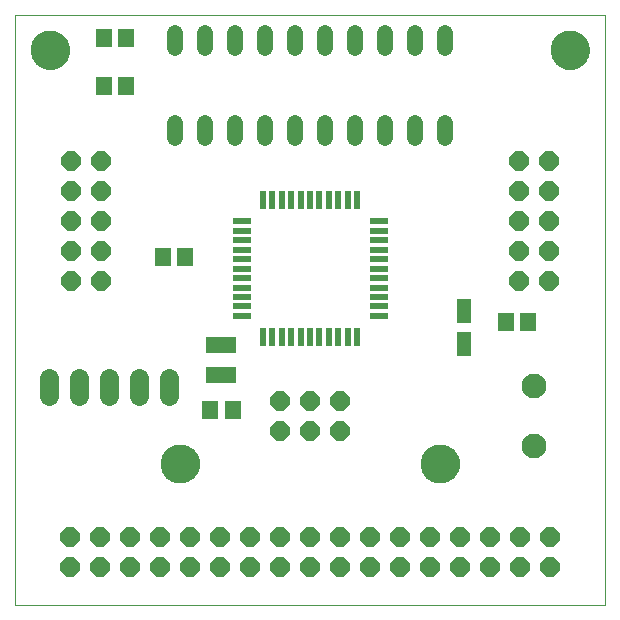
<source format=gbs>
G75*
G70*
%OFA0B0*%
%FSLAX24Y24*%
%IPPOS*%
%LPD*%
%AMOC8*
5,1,8,0,0,1.08239X$1,22.5*
%
%ADD10C,0.0000*%
%ADD11C,0.1300*%
%ADD12OC8,0.0640*%
%ADD13R,0.0552X0.0631*%
%ADD14R,0.0512X0.0827*%
%ADD15R,0.0237X0.0631*%
%ADD16R,0.0631X0.0237*%
%ADD17C,0.0520*%
%ADD18C,0.0640*%
%ADD19R,0.1040X0.0540*%
%ADD20C,0.0827*%
D10*
X000377Y000377D02*
X020062Y000377D01*
X020062Y020062D01*
X000377Y020062D01*
X000377Y000377D01*
X005259Y005101D02*
X005261Y005151D01*
X005267Y005201D01*
X005277Y005250D01*
X005291Y005298D01*
X005308Y005345D01*
X005329Y005390D01*
X005354Y005434D01*
X005382Y005475D01*
X005414Y005514D01*
X005448Y005551D01*
X005485Y005585D01*
X005525Y005615D01*
X005567Y005642D01*
X005611Y005666D01*
X005657Y005687D01*
X005704Y005703D01*
X005752Y005716D01*
X005802Y005725D01*
X005851Y005730D01*
X005902Y005731D01*
X005952Y005728D01*
X006001Y005721D01*
X006050Y005710D01*
X006098Y005695D01*
X006144Y005677D01*
X006189Y005655D01*
X006232Y005629D01*
X006273Y005600D01*
X006312Y005568D01*
X006348Y005533D01*
X006380Y005495D01*
X006410Y005455D01*
X006437Y005412D01*
X006460Y005368D01*
X006479Y005322D01*
X006495Y005274D01*
X006507Y005225D01*
X006515Y005176D01*
X006519Y005126D01*
X006519Y005076D01*
X006515Y005026D01*
X006507Y004977D01*
X006495Y004928D01*
X006479Y004880D01*
X006460Y004834D01*
X006437Y004790D01*
X006410Y004747D01*
X006380Y004707D01*
X006348Y004669D01*
X006312Y004634D01*
X006273Y004602D01*
X006232Y004573D01*
X006189Y004547D01*
X006144Y004525D01*
X006098Y004507D01*
X006050Y004492D01*
X006001Y004481D01*
X005952Y004474D01*
X005902Y004471D01*
X005851Y004472D01*
X005802Y004477D01*
X005752Y004486D01*
X005704Y004499D01*
X005657Y004515D01*
X005611Y004536D01*
X005567Y004560D01*
X005525Y004587D01*
X005485Y004617D01*
X005448Y004651D01*
X005414Y004688D01*
X005382Y004727D01*
X005354Y004768D01*
X005329Y004812D01*
X005308Y004857D01*
X005291Y004904D01*
X005277Y004952D01*
X005267Y005001D01*
X005261Y005051D01*
X005259Y005101D01*
X013920Y005101D02*
X013922Y005151D01*
X013928Y005201D01*
X013938Y005250D01*
X013952Y005298D01*
X013969Y005345D01*
X013990Y005390D01*
X014015Y005434D01*
X014043Y005475D01*
X014075Y005514D01*
X014109Y005551D01*
X014146Y005585D01*
X014186Y005615D01*
X014228Y005642D01*
X014272Y005666D01*
X014318Y005687D01*
X014365Y005703D01*
X014413Y005716D01*
X014463Y005725D01*
X014512Y005730D01*
X014563Y005731D01*
X014613Y005728D01*
X014662Y005721D01*
X014711Y005710D01*
X014759Y005695D01*
X014805Y005677D01*
X014850Y005655D01*
X014893Y005629D01*
X014934Y005600D01*
X014973Y005568D01*
X015009Y005533D01*
X015041Y005495D01*
X015071Y005455D01*
X015098Y005412D01*
X015121Y005368D01*
X015140Y005322D01*
X015156Y005274D01*
X015168Y005225D01*
X015176Y005176D01*
X015180Y005126D01*
X015180Y005076D01*
X015176Y005026D01*
X015168Y004977D01*
X015156Y004928D01*
X015140Y004880D01*
X015121Y004834D01*
X015098Y004790D01*
X015071Y004747D01*
X015041Y004707D01*
X015009Y004669D01*
X014973Y004634D01*
X014934Y004602D01*
X014893Y004573D01*
X014850Y004547D01*
X014805Y004525D01*
X014759Y004507D01*
X014711Y004492D01*
X014662Y004481D01*
X014613Y004474D01*
X014563Y004471D01*
X014512Y004472D01*
X014463Y004477D01*
X014413Y004486D01*
X014365Y004499D01*
X014318Y004515D01*
X014272Y004536D01*
X014228Y004560D01*
X014186Y004587D01*
X014146Y004617D01*
X014109Y004651D01*
X014075Y004688D01*
X014043Y004727D01*
X014015Y004768D01*
X013990Y004812D01*
X013969Y004857D01*
X013952Y004904D01*
X013938Y004952D01*
X013928Y005001D01*
X013922Y005051D01*
X013920Y005101D01*
X018251Y018881D02*
X018253Y018931D01*
X018259Y018981D01*
X018269Y019030D01*
X018283Y019078D01*
X018300Y019125D01*
X018321Y019170D01*
X018346Y019214D01*
X018374Y019255D01*
X018406Y019294D01*
X018440Y019331D01*
X018477Y019365D01*
X018517Y019395D01*
X018559Y019422D01*
X018603Y019446D01*
X018649Y019467D01*
X018696Y019483D01*
X018744Y019496D01*
X018794Y019505D01*
X018843Y019510D01*
X018894Y019511D01*
X018944Y019508D01*
X018993Y019501D01*
X019042Y019490D01*
X019090Y019475D01*
X019136Y019457D01*
X019181Y019435D01*
X019224Y019409D01*
X019265Y019380D01*
X019304Y019348D01*
X019340Y019313D01*
X019372Y019275D01*
X019402Y019235D01*
X019429Y019192D01*
X019452Y019148D01*
X019471Y019102D01*
X019487Y019054D01*
X019499Y019005D01*
X019507Y018956D01*
X019511Y018906D01*
X019511Y018856D01*
X019507Y018806D01*
X019499Y018757D01*
X019487Y018708D01*
X019471Y018660D01*
X019452Y018614D01*
X019429Y018570D01*
X019402Y018527D01*
X019372Y018487D01*
X019340Y018449D01*
X019304Y018414D01*
X019265Y018382D01*
X019224Y018353D01*
X019181Y018327D01*
X019136Y018305D01*
X019090Y018287D01*
X019042Y018272D01*
X018993Y018261D01*
X018944Y018254D01*
X018894Y018251D01*
X018843Y018252D01*
X018794Y018257D01*
X018744Y018266D01*
X018696Y018279D01*
X018649Y018295D01*
X018603Y018316D01*
X018559Y018340D01*
X018517Y018367D01*
X018477Y018397D01*
X018440Y018431D01*
X018406Y018468D01*
X018374Y018507D01*
X018346Y018548D01*
X018321Y018592D01*
X018300Y018637D01*
X018283Y018684D01*
X018269Y018732D01*
X018259Y018781D01*
X018253Y018831D01*
X018251Y018881D01*
X000928Y018881D02*
X000930Y018931D01*
X000936Y018981D01*
X000946Y019030D01*
X000960Y019078D01*
X000977Y019125D01*
X000998Y019170D01*
X001023Y019214D01*
X001051Y019255D01*
X001083Y019294D01*
X001117Y019331D01*
X001154Y019365D01*
X001194Y019395D01*
X001236Y019422D01*
X001280Y019446D01*
X001326Y019467D01*
X001373Y019483D01*
X001421Y019496D01*
X001471Y019505D01*
X001520Y019510D01*
X001571Y019511D01*
X001621Y019508D01*
X001670Y019501D01*
X001719Y019490D01*
X001767Y019475D01*
X001813Y019457D01*
X001858Y019435D01*
X001901Y019409D01*
X001942Y019380D01*
X001981Y019348D01*
X002017Y019313D01*
X002049Y019275D01*
X002079Y019235D01*
X002106Y019192D01*
X002129Y019148D01*
X002148Y019102D01*
X002164Y019054D01*
X002176Y019005D01*
X002184Y018956D01*
X002188Y018906D01*
X002188Y018856D01*
X002184Y018806D01*
X002176Y018757D01*
X002164Y018708D01*
X002148Y018660D01*
X002129Y018614D01*
X002106Y018570D01*
X002079Y018527D01*
X002049Y018487D01*
X002017Y018449D01*
X001981Y018414D01*
X001942Y018382D01*
X001901Y018353D01*
X001858Y018327D01*
X001813Y018305D01*
X001767Y018287D01*
X001719Y018272D01*
X001670Y018261D01*
X001621Y018254D01*
X001571Y018251D01*
X001520Y018252D01*
X001471Y018257D01*
X001421Y018266D01*
X001373Y018279D01*
X001326Y018295D01*
X001280Y018316D01*
X001236Y018340D01*
X001194Y018367D01*
X001154Y018397D01*
X001117Y018431D01*
X001083Y018468D01*
X001051Y018507D01*
X001023Y018548D01*
X000998Y018592D01*
X000977Y018637D01*
X000960Y018684D01*
X000946Y018732D01*
X000936Y018781D01*
X000930Y018831D01*
X000928Y018881D01*
D11*
X001558Y018881D03*
X005889Y005101D03*
X014550Y005101D03*
X018881Y018881D03*
D12*
X018200Y015172D03*
X018200Y014172D03*
X018200Y013172D03*
X018200Y012172D03*
X018200Y011172D03*
X017200Y011172D03*
X017200Y012172D03*
X017200Y013172D03*
X017200Y014172D03*
X017200Y015172D03*
X011219Y007176D03*
X010219Y007176D03*
X009219Y007176D03*
X009219Y006176D03*
X010219Y006176D03*
X011219Y006176D03*
X011219Y002649D03*
X010219Y002649D03*
X009219Y002649D03*
X009219Y001649D03*
X008219Y001649D03*
X008219Y002649D03*
X007219Y002649D03*
X007219Y001649D03*
X006219Y001649D03*
X006219Y002649D03*
X005219Y002649D03*
X005219Y001649D03*
X004219Y001649D03*
X004219Y002649D03*
X003219Y002649D03*
X003219Y001649D03*
X002219Y001649D03*
X002219Y002649D03*
X010219Y001649D03*
X011219Y001649D03*
X012219Y001649D03*
X012219Y002649D03*
X013219Y002649D03*
X013219Y001649D03*
X014219Y001649D03*
X014219Y002649D03*
X015219Y002649D03*
X015219Y001649D03*
X016219Y001649D03*
X016219Y002649D03*
X017219Y002649D03*
X017219Y001649D03*
X018219Y001649D03*
X018219Y002649D03*
X003239Y011172D03*
X002239Y011172D03*
X002239Y012172D03*
X003239Y012172D03*
X003239Y013172D03*
X002239Y013172D03*
X002239Y014172D03*
X003239Y014172D03*
X003239Y015172D03*
X002239Y015172D03*
D13*
X003349Y017700D03*
X004097Y017700D03*
X004097Y019274D03*
X003349Y019274D03*
X005318Y011991D03*
X006066Y011991D03*
X006893Y006873D03*
X007641Y006873D03*
X016735Y009826D03*
X017483Y009826D03*
D14*
X015337Y010180D03*
X015337Y009078D03*
D15*
X011794Y009314D03*
X011479Y009314D03*
X011164Y009314D03*
X010849Y009314D03*
X010534Y009314D03*
X010219Y009314D03*
X009904Y009314D03*
X009589Y009314D03*
X009274Y009314D03*
X008960Y009314D03*
X008645Y009314D03*
X008645Y013881D03*
X008960Y013881D03*
X009274Y013881D03*
X009589Y013881D03*
X009904Y013881D03*
X010219Y013881D03*
X010534Y013881D03*
X010849Y013881D03*
X011164Y013881D03*
X011479Y013881D03*
X011794Y013881D03*
D16*
X012503Y013172D03*
X012503Y012857D03*
X012503Y012542D03*
X012503Y012227D03*
X012503Y011912D03*
X012503Y011597D03*
X012503Y011282D03*
X012503Y010967D03*
X012503Y010652D03*
X012503Y010337D03*
X012503Y010023D03*
X007936Y010023D03*
X007936Y010337D03*
X007936Y010652D03*
X007936Y010967D03*
X007936Y011282D03*
X007936Y011597D03*
X007936Y011912D03*
X007936Y012227D03*
X007936Y012542D03*
X007936Y012857D03*
X007936Y013172D03*
D17*
X007719Y015960D02*
X007719Y016440D01*
X006719Y016440D02*
X006719Y015960D01*
X005719Y015960D02*
X005719Y016440D01*
X005719Y018960D02*
X005719Y019440D01*
X006719Y019440D02*
X006719Y018960D01*
X007719Y018960D02*
X007719Y019440D01*
X008719Y019440D02*
X008719Y018960D01*
X009719Y018960D02*
X009719Y019440D01*
X010719Y019440D02*
X010719Y018960D01*
X011719Y018960D02*
X011719Y019440D01*
X012719Y019440D02*
X012719Y018960D01*
X013719Y018960D02*
X013719Y019440D01*
X014719Y019440D02*
X014719Y018960D01*
X014719Y016440D02*
X014719Y015960D01*
X013719Y015960D02*
X013719Y016440D01*
X012719Y016440D02*
X012719Y015960D01*
X011719Y015960D02*
X011719Y016440D01*
X010719Y016440D02*
X010719Y015960D01*
X009719Y015960D02*
X009719Y016440D01*
X008719Y016440D02*
X008719Y015960D01*
D18*
X005526Y007960D02*
X005526Y007360D01*
X004526Y007360D02*
X004526Y007960D01*
X003526Y007960D02*
X003526Y007360D01*
X002526Y007360D02*
X002526Y007960D01*
X001526Y007960D02*
X001526Y007360D01*
D19*
X007267Y008054D03*
X007267Y009038D03*
D20*
X017690Y007668D03*
X017690Y005668D03*
M02*

</source>
